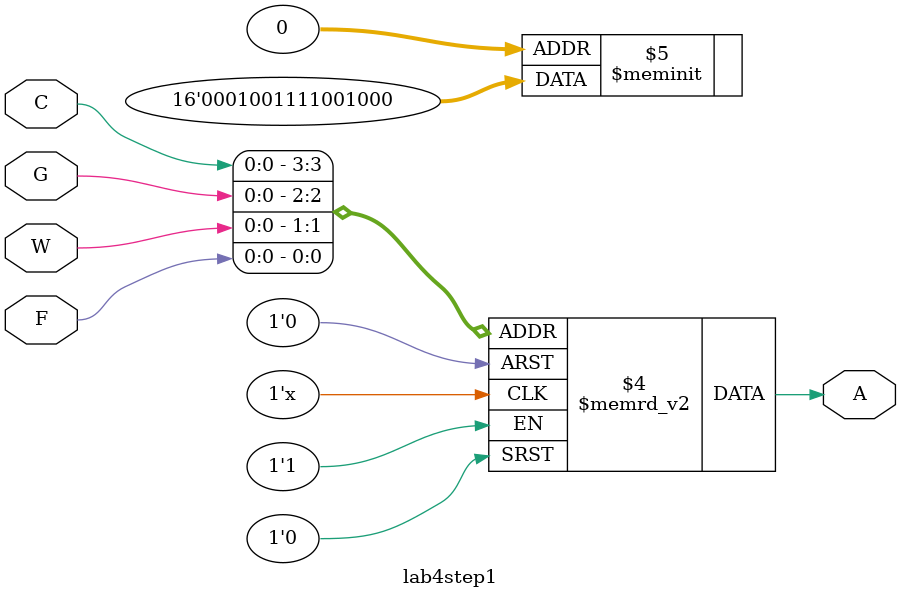
<source format=v>
module lab4step1 (A, C, G, W, F);
input C, G, W, F;
output A;
reg A;

always @(C or G or W or F)
	begin 
		case ({C,G,W,F}) 
			4'b0000: A= 'b0; 
			4'b0001: A= 'b0;
			4'b0010: A= 'b0;
			4'b0011: A= 'b1;
			4'b0100: A= 'b0;
			4'b0101: A= 'b0;
			4'b0110: A= 'b1;
			4'b0111: A= 'b1;
			4'b1000: A= 'b1;
			4'b1001: A= 'b1;
			4'b1010: A= 'b0;
			4'b1011: A= 'b0;
			4'b1100: A= 'b1;
			4'b1101: A= 'b0;
			4'b1110: A= 'b0;
			4'b1111: A= 'b0;
		endcase
	end 
endmodule

</source>
